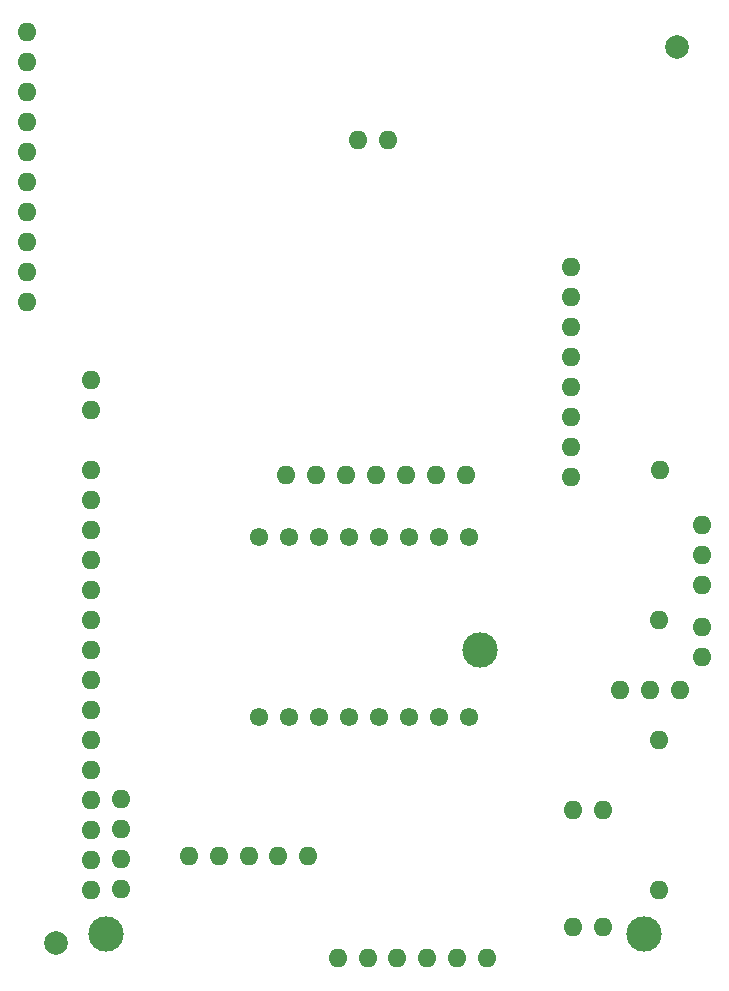
<source format=gbr>
%TF.GenerationSoftware,KiCad,Pcbnew,9.0.5*%
%TF.CreationDate,2025-11-14T12:22:43-06:00*%
%TF.ProjectId,PCBEmbebidos,50434245-6d62-4656-9269-646f732e6b69,rev?*%
%TF.SameCoordinates,Original*%
%TF.FileFunction,Soldermask,Top*%
%TF.FilePolarity,Negative*%
%FSLAX46Y46*%
G04 Gerber Fmt 4.6, Leading zero omitted, Abs format (unit mm)*
G04 Created by KiCad (PCBNEW 9.0.5) date 2025-11-14 12:22:43*
%MOMM*%
%LPD*%
G01*
G04 APERTURE LIST*
%ADD10C,2.000000*%
%ADD11O,1.600000X1.600000*%
%ADD12C,3.000000*%
%ADD13C,1.552000*%
G04 APERTURE END LIST*
D10*
%TO.C,REF\u002A\u002A*%
X39675617Y-109324383D03*
%TD*%
D11*
%TO.C,Encoder1*%
X63525957Y-110600872D03*
X66100000Y-110620000D03*
X68600000Y-110620000D03*
X71140000Y-110620000D03*
X73680000Y-110620000D03*
X76220000Y-110620000D03*
%TD*%
D10*
%TO.C,*%
X92285255Y-33477705D03*
%TD*%
D11*
%TO.C,battery1*%
X86040000Y-98120000D03*
X83500000Y-98120000D03*
%TD*%
D12*
%TO.C,stm1*%
X43932152Y-108619160D03*
X75567581Y-84507074D03*
X89494061Y-108618679D03*
D11*
X42657866Y-61670840D03*
X42657866Y-64210840D03*
X42657866Y-69290840D03*
X42638738Y-71864883D03*
X42638738Y-74364883D03*
X42638738Y-76904883D03*
X42638738Y-79444883D03*
X42638738Y-81984883D03*
X42638738Y-84524883D03*
X42638738Y-87064883D03*
X42638738Y-89604883D03*
X42638738Y-92144883D03*
X42638738Y-94684883D03*
X42638738Y-97224883D03*
X45158190Y-97184055D03*
X42638738Y-99764883D03*
X45158190Y-99724055D03*
X42638738Y-102304883D03*
X45158190Y-102264055D03*
X42638738Y-104844883D03*
X45158190Y-104804055D03*
X90801262Y-69290352D03*
X90782134Y-81984395D03*
X90782134Y-92144395D03*
X90782134Y-104844395D03*
%TD*%
%TO.C,tja1*%
X83276991Y-69909861D03*
X83296119Y-67335818D03*
X83296119Y-64835818D03*
X83296119Y-62295818D03*
X83296119Y-59755818D03*
X83296119Y-57215818D03*
X83296119Y-54675818D03*
X83296119Y-52135818D03*
%TD*%
%TO.C,mpu1*%
X37220000Y-55120000D03*
X37239128Y-52545957D03*
X37239128Y-50045957D03*
X37239128Y-47505957D03*
X37239128Y-44965957D03*
X37239128Y-42425957D03*
X37239128Y-39885957D03*
X37239128Y-37345957D03*
X37239128Y-34805957D03*
X37239128Y-32265957D03*
%TD*%
%TO.C,Servo1*%
X94413682Y-79065246D03*
X94413682Y-76525246D03*
X94413682Y-73985246D03*
%TD*%
%TO.C,ESC2*%
X86000000Y-108000000D03*
X83460000Y-108000000D03*
X56000000Y-102000000D03*
X56000000Y-102000000D03*
X53460000Y-102000000D03*
X53460000Y-102000000D03*
X50920000Y-102000000D03*
X61000000Y-102000000D03*
X58460000Y-102000000D03*
%TD*%
%TO.C,Regulador1*%
X87456433Y-87906776D03*
X89996433Y-87906776D03*
X92536433Y-87906776D03*
%TD*%
%TO.C,bat1*%
X94422198Y-85111555D03*
X94422198Y-82571555D03*
%TD*%
D13*
%TO.C,U1*%
X56840000Y-90240000D03*
X59380000Y-90240000D03*
X61920000Y-90240000D03*
X64460000Y-90240000D03*
X69540000Y-90240000D03*
X67000000Y-90240000D03*
X74620000Y-75000000D03*
X74620000Y-90240000D03*
X72080000Y-75000000D03*
X69540000Y-75000000D03*
X67000000Y-75000000D03*
X64460000Y-75000000D03*
X61920000Y-75000000D03*
X59380000Y-75000000D03*
X56840000Y-75000000D03*
X72080000Y-90240000D03*
%TD*%
D11*
%TO.C,MCP1*%
X59160445Y-69740827D03*
X61734488Y-69759955D03*
X64234488Y-69759955D03*
X66774488Y-69759955D03*
X69314488Y-69759955D03*
X71854488Y-69759955D03*
X74394488Y-69759955D03*
X65289387Y-41399888D03*
X67829387Y-41399888D03*
%TD*%
M02*

</source>
